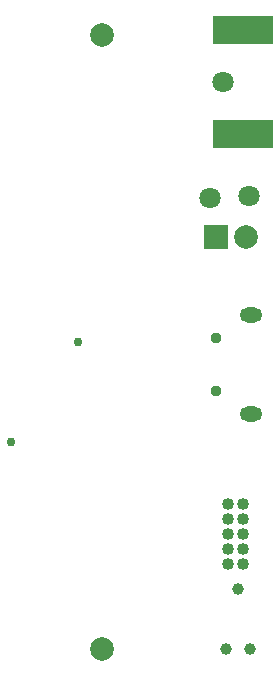
<source format=gbs>
G04 #@! TF.FileFunction,Soldermask,Bot*
%FSLAX46Y46*%
G04 Gerber Fmt 4.6, Leading zero omitted, Abs format (unit mm)*
G04 Created by KiCad (PCBNEW 4.0.1-3.201512221402+6198~38~ubuntu14.04.1-stable) date Fri 05 Feb 2016 15:13:30 GMT*
%MOMM*%
G01*
G04 APERTURE LIST*
%ADD10C,0.100000*%
%ADD11C,0.960000*%
%ADD12O,1.900000X1.310000*%
%ADD13R,5.080000X2.413000*%
%ADD14C,1.000000*%
%ADD15R,2.000000X2.000000*%
%ADD16C,2.000000*%
%ADD17C,1.800000*%
%ADD18C,0.750000*%
%ADD19C,1.016000*%
G04 APERTURE END LIST*
D10*
D11*
X136150000Y-114175000D03*
X136150000Y-118625000D03*
D12*
X139150000Y-112225000D03*
X139150000Y-120575000D03*
D13*
X138500000Y-88118500D03*
X138500000Y-96881500D03*
D14*
X138035000Y-135440000D03*
X137019000Y-140520000D03*
X139051000Y-140520000D03*
D15*
X136190000Y-105580000D03*
D16*
X138730000Y-105580000D03*
D17*
X136750000Y-92500000D03*
X135630000Y-102280000D03*
X138990000Y-102170000D03*
D18*
X124500000Y-114500000D03*
X118825000Y-123000000D03*
D19*
X137230000Y-128240000D03*
X138500000Y-128240000D03*
X137230000Y-129510000D03*
X138500000Y-129510000D03*
X137230000Y-130780000D03*
X138500000Y-130780000D03*
X137230000Y-132050000D03*
X138500000Y-132050000D03*
X137230000Y-133320000D03*
X138500000Y-133320000D03*
D16*
X126500000Y-140500000D03*
X126500000Y-88500000D03*
M02*

</source>
